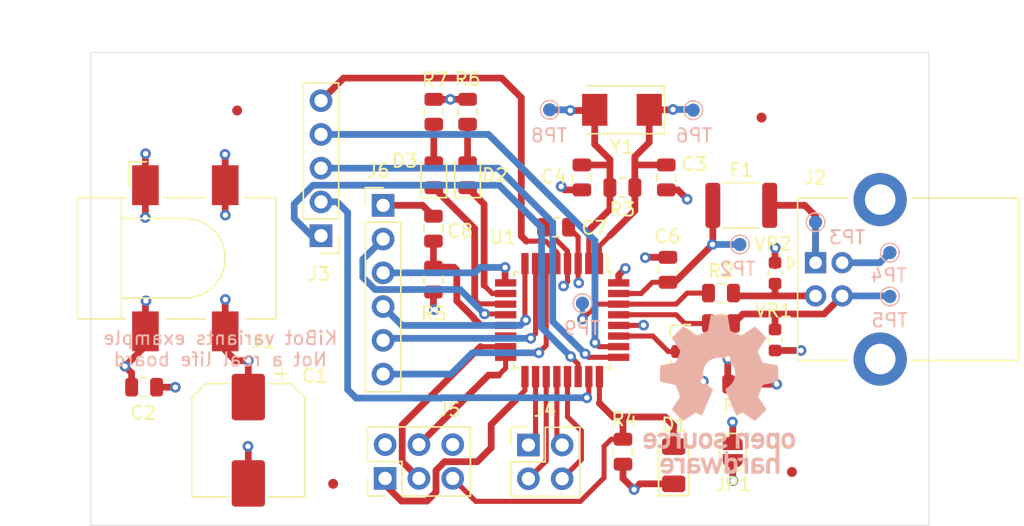
<source format=kicad_pcb>
(kicad_pcb (version 20211014) (generator pcbnew)
  (layers (0 "F.Cu" signal) (1 "In1.Cu" power "GND.Cu") (2 "In2.Cu" power "Power.Cu") (31 "B.Cu" signal) (34 "B.Paste" user) (35 "F.Paste" user) (36 "B.SilkS" user "B.Silkscreen") (37 "F.SilkS" user "F.Silkscreen") (38 "B.Mask" user) (39 "F.Mask" user) (44 "Edge.Cuts" user))
  (net 0 "")
  (net 1 "GND")
  (net 2 "+5V")
  (net 3 "Net-(C3-Pad1)")
  (net 4 "Net-(C4-Pad1)")
  (net 5 "Earth")
  (net 6 "Net-(C5-Pad1)")
  (net 7 "VBUS")
  (net 8 "Net-(C8-Pad2)")
  (net 9 "/DTR")
  (net 10 "/RESET2")
  (net 11 "Net-(D2-Pad2)")
  (net 12 "/RXLED")
  (net 13 "Net-(D3-Pad2)")
  (net 14 "/TXLED")
  (net 15 "Net-(F1-Pad2)")
  (net 16 "Net-(FB1-Pad1)")
  (net 17 "Net-(J2-Pad3)")
  (net 18 "Net-(J2-Pad2)")
  (net 19 "Net-(J3-Pad5)")
  (net 20 "Net-(J3-Pad4)")
  (net 21 "Net-(J3-Pad3)")
  (net 22 "Net-(J3-Pad2)")
  (net 23 "Net-(J3-Pad1)")
  (net 24 "Net-(J4-Pad4)")
  (net 25 "Net-(J4-Pad3)")
  (net 26 "Net-(J4-Pad2)")
  (net 27 "Net-(J4-Pad1)")
  (net 28 "/MOSI2")
  (net 29 "/SCK2")
  (net 30 "/MISO2")
  (net 31 "Net-(J6-Pad6)")
  (net 32 "Net-(J6-Pad5)")
  (net 33 "Net-(J6-Pad4)")
  (net 34 "Net-(J6-Pad3)")
  (net 35 "Net-(J6-Pad2)")
  (net 36 "Net-(R1-Pad1)")
  (net 37 "Net-(R2-Pad1)")
  (net 38 "Net-(U1-Pad14)")
  (footprint "Capacitor_SMD:CP_Elec_8x10" (layer "F.Cu") (at 130.8354 94.8944 -90)
    (fp_text reference "C1" (at -4.8514 -5.0038 180) (layer "F.SilkS"))
    (fp_text value "47uF")
    (pad "1" smd roundrect locked (at -3.25 0 270) (size 3.5 2.5) (layers "F.Cu" "F.Paste" "F.Mask") (roundrect_rratio 0.1) (net 2 "+5V"))
    (pad "2" smd roundrect locked (at 3.25 0 270) (size 3.5 2.5) (layers "F.Cu" "F.Paste" "F.Mask") (roundrect_rratio 0.1) (net 1 "GND"))
  )
  (footprint "Capacitor_SMD:C_0805_2012Metric" (layer "F.Cu") (at 123 90.9)
    (fp_text reference "C2" (at -0.064 1.937) (layer "F.SilkS"))
    (fp_text value "100nF")
    (pad "1" smd roundrect locked (at -0.9375 0) (size 0.975 1.4) (layers "F.Cu" "F.Paste" "F.Mask") (net 2 "+5V"))
    (pad "2" smd roundrect locked (at 0.9375 0) (size 0.975 1.4) (layers "F.Cu" "F.Paste" "F.Mask") (net 1 "GND"))
  )
  (footprint "Capacitor_SMD:C_0805_2012Metric" (layer "F.Cu") (at 162.26 75.116 -90)
    (fp_text reference "C3" (at -0.9988 -2.1034 180) (layer "F.SilkS"))
    (fp_text value "22pF")
    (pad "1" smd roundrect locked (at -0.9375 0 270) (size 0.975 1.4) (layers "F.Cu" "F.Paste" "F.Mask") (net 3 "Net-(C3-Pad1)"))
    (pad "2" smd roundrect locked (at 0.9375 0 270) (size 0.975 1.4) (layers "F.Cu" "F.Paste" "F.Mask") (net 1 "GND"))
  )
  (footprint "Capacitor_SMD:C_0805_2012Metric" (layer "F.Cu") (at 155.91 75.116 -90)
    (fp_text reference "C4" (at -0.059 2.113 180) (layer "F.SilkS"))
    (fp_text value "22pF")
    (pad "1" smd roundrect locked (at -0.9375 0 270) (size 0.975 1.4) (layers "F.Cu" "F.Paste" "F.Mask") (net 4 "Net-(C4-Pad1)"))
    (pad "2" smd roundrect locked (at 0.9375 0 270) (size 0.975 1.4) (layers "F.Cu" "F.Paste" "F.Mask") (net 1 "GND"))
  )
  (footprint "Capacitor_SMD:C_0805_2012Metric" (layer "F.Cu") (at 163.322 89.154 -90)
    (fp_text reference "C5" (at -2.413 0 180) (layer "F.SilkS"))
    (fp_text value "1uF")
    (pad "1" smd roundrect locked (at -0.9375 0 270) (size 0.975 1.4) (layers "F.Cu" "F.Paste" "F.Mask") (net 6 "Net-(C5-Pad1)"))
    (pad "2" smd roundrect locked (at 0.9375 0 270) (size 0.975 1.4) (layers "F.Cu" "F.Paste" "F.Mask") (net 5 "Earth"))
  )
  (footprint "Capacitor_SMD:C_0805_2012Metric" (layer "F.Cu") (at 153.9748 78.867)
    (fp_text reference "C7" (at 2.8702 0.0508) (layer "F.SilkS"))
    (fp_text value "100nF")
    (pad "1" smd roundrect locked (at -0.9375 0) (size 0.975 1.4) (layers "F.Cu" "F.Paste" "F.Mask") (net 2 "+5V"))
    (pad "2" smd roundrect locked (at 0.9375 0) (size 0.975 1.4) (layers "F.Cu" "F.Paste" "F.Mask") (net 1 "GND"))
  )
  (footprint "Capacitor_SMD:C_0805_2012Metric" (layer "F.Cu") (at 144.7546 78.9686 90)
    (fp_text reference "C8" (at -0.1778 2.0066 180) (layer "F.SilkS"))
    (fp_text value "100nF")
    (pad "1" smd roundrect locked (at -0.9375 0 90) (size 0.975 1.4) (layers "F.Cu" "F.Paste" "F.Mask") (net 9 "/DTR"))
    (pad "2" smd roundrect locked (at 0.9375 0 90) (size 0.975 1.4) (layers "F.Cu" "F.Paste" "F.Mask") (net 8 "Net-(C8-Pad2)"))
  )
  (footprint "Diode_SMD:D_1206_3216Metric" (layer "F.Cu") (at 162.814 96.774 90)
    (fp_text reference "D1" (at 3.048 0.0508 180) (layer "F.SilkS"))
    (fp_text value "CD1206-S01575")
    (pad "1" smd roundrect locked (at -1.4 0 90) (size 1.25 1.75) (layers "F.Cu" "F.Paste" "F.Mask") (roundrect_rratio 0.2) (net 2 "+5V"))
    (pad "2" smd roundrect locked (at 1.4 0 90) (size 1.25 1.75) (layers "F.Cu" "F.Paste" "F.Mask") (roundrect_rratio 0.2) (net 10 "/RESET2"))
  )
  (footprint "LED_SMD:LED_0805_2012Metric" (layer "F.Cu") (at 147.32 74.95 90)
    (fp_text reference "D2" (at -0.0054 2.0574 180) (layer "F.SilkS"))
    (fp_text value "LED")
    (pad "1" smd roundrect locked (at -0.9375 0 90) (size 0.975 1.4) (layers "F.Cu" "F.Paste" "F.Mask") (net 12 "/RXLED"))
    (pad "2" smd roundrect locked (at 0.9375 0 90) (size 0.975 1.4) (layers "F.Cu" "F.Paste" "F.Mask") (net 11 "Net-(D2-Pad2)"))
  )
  (footprint "LED_SMD:LED_0805_2012Metric" (layer "F.Cu") (at 144.78 74.95 90)
    (fp_text reference "D3" (at 1.0868 -2.1844 180) (layer "F.SilkS"))
    (fp_text value "LED")
    (pad "1" smd roundrect locked (at -0.9375 0 90) (size 0.975 1.4) (layers "F.Cu" "F.Paste" "F.Mask") (net 14 "/TXLED"))
    (pad "2" smd roundrect locked (at 0.9375 0 90) (size 0.975 1.4) (layers "F.Cu" "F.Paste" "F.Mask") (net 13 "Net-(D3-Pad2)"))
  )
  (footprint "Resistor_SMD:R_1812_4532Metric" (layer "F.Cu") (at 167.894 77.216)
    (fp_text reference "F1" (at 0 -2.65) (layer "F.SilkS"))
    (fp_text value "MF-MSMF050-2")
    (pad "1" smd roundrect locked (at -2.1375 0) (size 1.125 3.4) (layers "F.Cu" "F.Paste" "F.Mask") (roundrect_rratio 0.222222) (net 7 "VBUS"))
    (pad "2" smd roundrect locked (at 2.1375 0) (size 1.125 3.4) (layers "F.Cu" "F.Paste" "F.Mask") (roundrect_rratio 0.222222) (net 15 "Net-(F1-Pad2)"))
  )
  (footprint "Resistor_SMD:R_0805_2012Metric" (layer "F.Cu") (at 167.894 90.678 180)
    (fp_text reference "FB1" (at 0 -1.65) (layer "F.SilkS"))
    (fp_text value "BLM21PG221SN1D")
    (pad "1" smd roundrect locked (at -0.9375 0 180) (size 0.975 1.4) (layers "F.Cu" "F.Paste" "F.Mask") (net 16 "Net-(FB1-Pad1)"))
    (pad "2" smd roundrect locked (at 0.9375 0 180) (size 0.975 1.4) (layers "F.Cu" "F.Paste" "F.Mask") (net 5 "Earth"))
  )
  (footprint "Fiducial:Fiducial_0.75mm_Mask1.5mm" (layer "F.Cu") (at 169.418 70.612)
    (fp_text reference "FID1" hide)
    (fp_text value "Fiducial")
    (pad "" smd circle locked (at 0 0) (size 0.75 0.75) (layers "F.Cu" "F.Mask") (clearance 0.375))
  )
  (footprint "Fiducial:Fiducial_0.75mm_Mask1.5mm" (layer "F.Cu") (at 171.704 97.282)
    (fp_text reference "FID2" hide)
    (fp_text value "Fiducial")
    (pad "" smd circle locked (at 0 0) (size 0.75 0.75) (layers "F.Cu" "F.Mask") (clearance 0.375))
  )
  (footprint "Fiducial:Fiducial_0.75mm_Mask1.5mm" (layer "F.Cu") (at 129.9972 70.0786)
    (fp_text reference "FID3" hide)
    (fp_text value "Fiducial")
    (pad "" smd circle locked (at 0 0) (size 0.75 0.75) (layers "F.Cu" "F.Mask") (clearance 0.375))
  )
  (footprint "Fiducial:Fiducial_0.75mm_Mask1.5mm" (layer "F.Cu") (at 137.2108 98.171)
    (fp_text reference "FID4" hide)
    (fp_text value "Fiducial")
    (pad "" smd circle locked (at 0 0) (size 0.75 0.75) (layers "F.Cu" "F.Mask") (clearance 0.375))
  )
  (footprint "MountingHole:MountingHole_2.7mm_M2.5" (layer "F.Cu") (at 177 97)
    (fp_text reference "H1" hide)
    (fp_text value "MountingHole")
    (pad "" np_thru_hole circle locked (at 0 0) (size 2.7 2.7) (drill 2.7) (layers *.Cu *.Mask))
  )
  (footprint "MountingHole:MountingHole_2.7mm_M2.5" (layer "F.Cu") (at 123 97)
    (fp_text reference "H2" hide)
    (fp_text value "MountingHole")
    (pad "" np_thru_hole circle locked (at 0 0) (size 2.7 2.7) (drill 2.7) (layers *.Cu *.Mask))
  )
  (footprint "MountingHole:MountingHole_2.7mm_M2.5" (layer "F.Cu") (at 123 69.5)
    (fp_text reference "H3" hide)
    (fp_text value "MountingHole")
    (pad "" np_thru_hole circle locked (at 0 0) (size 2.7 2.7) (drill 2.7) (layers *.Cu *.Mask))
  )
  (footprint "MountingHole:MountingHole_2.7mm_M2.5" (layer "F.Cu") (at 177 69.5)
    (fp_text reference "H4" hide)
    (fp_text value "MountingHole")
    (pad "" np_thru_hole circle locked (at 0 0) (size 2.7 2.7) (drill 2.7) (layers *.Cu *.Mask))
  )
  (footprint "Connector_BarrelJack:BarrelJack_CLIFF_FC681465S_SMT_Horizontal" (layer "F.Cu") (at 126.1 81.2)
    (fp_text reference "J1" (at 5.8784 6.2522 180) (layer "F.SilkS"))
    (fp_text value "Barrel_Jack_Switch")
    (pad "" np_thru_hole circle locked (at 1.5 0 90) (size 2 2) (drill 2) (layers *.Cu *.Mask))
    (pad "" np_thru_hole oval locked (at -2.9 0 90) (size 2 1.5) (drill oval 2 1.5) (layers *.Cu *.Mask))
    (pad "1" smd rect locked (at -3 -5.5 90) (size 3 2) (layers "F.Cu" "F.Paste" "F.Mask") (net 1 "GND"))
    (pad "1" smd rect locked (at 3 -5.5 90) (size 3 2) (layers "F.Cu" "F.Paste" "F.Mask") (net 1 "GND"))
    (pad "2" smd rect locked (at 3 5.5 90) (size 3 2) (layers "F.Cu" "F.Paste" "F.Mask") (net 2 "+5V"))
    (pad "3" smd rect locked (at -3 5.5 90) (size 3 2) (layers "F.Cu" "F.Paste" "F.Mask") (net 2 "+5V"))
  )
  (footprint "Connector_PinHeader_2.54mm:PinHeader_1x05_P2.54mm_Vertical" (layer "F.Cu") (at 136.3 79.5 180)
    (fp_text reference "J3" (at 0.156 -2.8976) (layer "F.SilkS"))
    (fp_text value "P1")
    (pad "1" thru_hole rect locked (at 0 0 180) (size 1.7 1.7) (drill 1) (layers *.Cu *.Mask) (net 23 "Net-(J3-Pad1)"))
    (pad "2" thru_hole oval locked (at 0 2.54 180) (size 1.7 1.7) (drill 1) (layers *.Cu *.Mask) (net 22 "Net-(J3-Pad2)"))
    (pad "3" thru_hole oval locked (at 0 5.08 180) (size 1.7 1.7) (drill 1) (layers *.Cu *.Mask) (net 21 "Net-(J3-Pad3)"))
    (pad "4" thru_hole oval locked (at 0 7.62 180) (size 1.7 1.7) (drill 1) (layers *.Cu *.Mask) (net 20 "Net-(J3-Pad4)"))
    (pad "5" thru_hole oval locked (at 0 10.16 180) (size 1.7 1.7) (drill 1) (layers *.Cu *.Mask) (net 19 "Net-(J3-Pad5)"))
  )
  (footprint "Connector_PinHeader_2.54mm:PinHeader_2x02_P2.54mm_Vertical" (layer "F.Cu") (at 151.892 95.25)
    (fp_text reference "J4" (at 1.2446 -2.6416) (layer "F.SilkS"))
    (fp_text value "2x2M")
    (pad "1" thru_hole rect locked (at 0 0) (size 1.7 1.7) (drill 1) (layers *.Cu *.Mask) (net 27 "Net-(J4-Pad1)"))
    (pad "2" thru_hole oval locked (at 2.54 0) (size 1.7 1.7) (drill 1) (layers *.Cu *.Mask) (net 26 "Net-(J4-Pad2)"))
    (pad "3" thru_hole oval locked (at 0 2.54) (size 1.7 1.7) (drill 1) (layers *.Cu *.Mask) (net 25 "Net-(J4-Pad3)"))
    (pad "4" thru_hole oval locked (at 2.54 2.54) (size 1.7 1.7) (drill 1) (layers *.Cu *.Mask) (net 24 "Net-(J4-Pad4)"))
  )
  (footprint "Connector_PinHeader_2.54mm:PinHeader_2x03_P2.54mm_Vertical" (layer "F.Cu") (at 141.1224 97.7646 90)
    (fp_text reference "J5" (at 5.1562 4.826 180) (layer "F.SilkS"))
    (fp_text value "ICSP1")
    (pad "1" thru_hole rect locked (at 0 0 90) (size 1.7 1.7) (drill 1) (layers *.Cu *.Mask) (net 30 "/MISO2"))
    (pad "2" thru_hole oval locked (at 2.54 0 90) (size 1.7 1.7) (drill 1) (layers *.Cu *.Mask) (net 2 "+5V"))
    (pad "3" thru_hole oval locked (at 0 2.54 90) (size 1.7 1.7) (drill 1) (layers *.Cu *.Mask) (net 29 "/SCK2"))
    (pad "4" thru_hole oval locked (at 2.54 2.54 90) (size 1.7 1.7) (drill 1) (layers *.Cu *.Mask) (net 28 "/MOSI2"))
    (pad "5" thru_hole oval locked (at 0 5.08 90) (size 1.7 1.7) (drill 1) (layers *.Cu *.Mask) (net 10 "/RESET2"))
    (pad "6" thru_hole oval locked (at 2.54 5.08 90) (size 1.7 1.7) (drill 1) (layers *.Cu *.Mask) (net 1 "GND"))
  )
  (footprint "Connector_PinHeader_2.54mm:PinHeader_1x06_P2.54mm_Vertical" (layer "F.Cu") (at 140.97 77.216)
    (fp_text reference "J6" (at -0.3556 -2.5908) (layer "F.SilkS"))
    (fp_text value "P2")
    (pad "1" thru_hole rect locked (at 0 0) (size 1.7 1.7) (drill 1) (layers *.Cu *.Mask) (net 8 "Net-(C8-Pad2)"))
    (pad "2" thru_hole oval locked (at 0 2.54) (size 1.7 1.7) (drill 1) (layers *.Cu *.Mask) (net 35 "Net-(J6-Pad2)"))
    (pad "3" thru_hole oval locked (at 0 5.08) (size 1.7 1.7) (drill 1) (layers *.Cu *.Mask) (net 34 "Net-(J6-Pad3)"))
    (pad "4" thru_hole oval locked (at 0 7.62) (size 1.7 1.7) (drill 1) (layers *.Cu *.Mask) (net 33 "Net-(J6-Pad4)"))
    (pad "5" thru_hole oval locked (at 0 10.16) (size 1.7 1.7) (drill 1) (layers *.Cu *.Mask) (net 32 "Net-(J6-Pad5)"))
    (pad "6" thru_hole oval locked (at 0 12.7) (size 1.7 1.7) (drill 1) (layers *.Cu *.Mask) (net 31 "Net-(J6-Pad6)"))
  )
  (footprint "Jumper:SolderJumper-2_P1.3mm_Open_RoundedPad1.0x1.5mm" (layer "F.Cu") (at 167.259 95.7834 -90)
    (fp_text reference "JP1" (at 2.4384 -0.0508 180) (layer "F.SilkS"))
    (fp_text value "SolderJumper_2_Open")
    (pad "1" smd custom locked (at -0.65 0 270) (size 1 0.5) (layers "F.Cu" "F.Mask") (net 5 "Earth") (options (clearance outline) (anchor rect)) (primitives (gr_circle (center 0 0.25) (end 0.5 0.25) (width 0) (fill yes)) (gr_circle (center 0 -0.25) (end 0.5 -0.25) (width 0) (fill yes)) (gr_poly (pts (xy 0 -0.75) (xy 0.5 -0.75) (xy 0.5 0.75) (xy 0 0.75)) (width 0) (fill yes))))
    (pad "2" smd custom locked (at 0.65 0 270) (size 1 0.5) (layers "F.Cu" "F.Mask") (net 1 "GND") (options (clearance outline) (anchor rect)) (primitives (gr_circle (center 0 0.25) (end 0.5 0.25) (width 0) (fill yes)) (gr_circle (center 0 -0.25) (end 0.5 -0.25) (width 0) (fill yes)) (gr_poly (pts (xy 0 -0.75) (xy -0.5 -0.75) (xy -0.5 0.75) (xy 0 0.75)) (width 0) (fill yes))))
  )
  (footprint "Resistor_SMD:R_0805_2012Metric" (layer "F.Cu") (at 166.37 86.106)
    (fp_text reference "R1" (at 0.0762 1.8034) (layer "F.SilkS"))
    (fp_text value "22R")
    (pad "1" smd roundrect locked (at -0.9375 0) (size 0.975 1.4) (layers "F.Cu" "F.Paste" "F.Mask") (net 36 "Net-(R1-Pad1)"))
    (pad "2" smd roundrect locked (at 0.9375 0) (size 0.975 1.4) (layers "F.Cu" "F.Paste" "F.Mask") (net 17 "Net-(J2-Pad3)"))
  )
  (footprint "Resistor_SMD:R_0805_2012Metric" (layer "F.Cu") (at 166.37 83.82)
    (fp_text reference "R2" (at 0 -1.65) (layer "F.SilkS"))
    (fp_text value "22R")
    (pad "1" smd roundrect locked (at -0.9375 0) (size 0.975 1.4) (layers "F.Cu" "F.Paste" "F.Mask") (net 37 "Net-(R2-Pad1)"))
    (pad "2" smd roundrect locked (at 0.9375 0) (size 0.975 1.4) (layers "F.Cu" "F.Paste" "F.Mask") (net 18 "Net-(J2-Pad2)"))
  )
  (footprint "Resistor_SMD:R_0805_2012Metric" (layer "F.Cu") (at 158.958 75.878 180)
    (fp_text reference "R3" (at 0 -1.65) (layer "F.SilkS"))
    (fp_text value "1M")
    (pad "1" smd roundrect locked (at -0.9375 0 180) (size 0.975 1.4) (layers "F.Cu" "F.Paste" "F.Mask") (net 3 "Net-(C3-Pad1)"))
    (pad "2" smd roundrect locked (at 0.9375 0 180) (size 0.975 1.4) (layers "F.Cu" "F.Paste" "F.Mask") (net 4 "Net-(C4-Pad1)"))
  )
  (footprint "Resistor_SMD:R_0805_2012Metric" (layer "F.Cu") (at 159.004 95.758 90)
    (fp_text reference "R4" (at 2.4384 0.1016 180) (layer "F.SilkS"))
    (fp_text value "10K")
    (pad "1" smd roundrect locked (at -0.9375 0 90) (size 0.975 1.4) (layers "F.Cu" "F.Paste" "F.Mask") (net 2 "+5V"))
    (pad "2" smd roundrect locked (at 0.9375 0 90) (size 0.975 1.4) (layers "F.Cu" "F.Paste" "F.Mask") (net 10 "/RESET2"))
  )
  (footprint "Resistor_SMD:R_0805_2012Metric" (layer "F.Cu") (at 144.7546 82.804 -90)
    (fp_text reference "R5" (at 2.5654 -0.0254 180) (layer "F.SilkS"))
    (fp_text value "1K")
    (pad "1" smd roundrect locked (at -0.9375 0 270) (size 0.975 1.4) (layers "F.Cu" "F.Paste" "F.Mask") (net 9 "/DTR"))
    (pad "2" smd roundrect locked (at 0.9375 0 270) (size 0.975 1.4) (layers "F.Cu" "F.Paste" "F.Mask") (net 1 "GND"))
  )
  (footprint "Resistor_SMD:R_0805_2012Metric" (layer "F.Cu") (at 147.32 70.1748 -90)
    (fp_text reference "R6" (at -2.4584 0 180) (layer "F.SilkS"))
    (fp_text value "1K")
    (pad "1" smd roundrect locked (at -0.9375 0 270) (size 0.975 1.4) (layers "F.Cu" "F.Paste" "F.Mask") (net 2 "+5V"))
    (pad "2" smd roundrect locked (at 0.9375 0 270) (size 0.975 1.4) (layers "F.Cu" "F.Paste" "F.Mask") (net 11 "Net-(D2-Pad2)"))
  )
  (footprint "Resistor_SMD:R_0805_2012Metric" (layer "F.Cu") (at 144.78 70.1748 -90)
    (fp_text reference "R7" (at -2.4076 -0.0762 180) (layer "F.SilkS"))
    (fp_text value "1K")
    (pad "1" smd roundrect locked (at -0.9375 0 270) (size 0.975 1.4) (layers "F.Cu" "F.Paste" "F.Mask") (net 2 "+5V"))
    (pad "2" smd roundrect locked (at 0.9375 0 270) (size 0.975 1.4) (layers "F.Cu" "F.Paste" "F.Mask") (net 13 "Net-(D3-Pad2)"))
  )
  (footprint "Resistor_SMD:R_0603_1608Metric" (layer "F.Cu") (at 170.434 87.3505 -90)
    (fp_text reference "VR1" (at -2.2097 0.1016 180) (layer "F.SilkS"))
    (fp_text value "CG0603MLC-05E")
    (pad "1" smd roundrect locked (at -0.7875 0 270) (size 0.875 0.95) (layers "F.Cu" "F.Paste" "F.Mask") (net 17 "Net-(J2-Pad3)"))
    (pad "2" smd roundrect locked (at 0.7875 0 270) (size 0.875 0.95) (layers "F.Cu" "F.Paste" "F.Mask") (net 16 "Net-(FB1-Pad1)"))
  )
  (footprint "Crystal:Crystal_SMD_Abracon_ABM3-2Pin_5.0x3.2mm" (layer "F.Cu") (at 158.9278 70.0278 180)
    (fp_text reference "Y1" (at 0 -2.8) (layer "F.SilkS"))
    (fp_text value "16MHz")
    (pad "1" smd rect locked (at -2.05 0 180) (size 1.9 2.4) (layers "F.Cu" "F.Paste" "F.Mask") (net 3 "Net-(C3-Pad1)"))
    (pad "2" smd rect locked (at 2.05 0 180) (size 1.9 2.4) (layers "F.Cu" "F.Paste" "F.Mask") (net 4 "Net-(C4-Pad1)"))
  )
  (footprint "Connector_USB:USB_B_Lumberg_2411_02_Horizontal" (layer "F.Cu") (at 173.482 81.534)
    (fp_text reference "J2" (at -0.0508 -6.4008) (layer "F.SilkS"))
    (fp_text value "USB_B")
    (pad "1" thru_hole rect locked (at 0 0 90) (size 1.6 1.6) (drill 0.95) (layers *.Cu *.Mask) (net 15 "Net-(F1-Pad2)"))
    (pad "2" thru_hole circle locked (at 0 2.5 90) (size 1.6 1.6) (drill 0.95) (layers *.Cu *.Mask) (net 18 "Net-(J2-Pad2)"))
    (pad "3" thru_hole circle locked (at 2 2.5 90) (size 1.6 1.6) (drill 0.95) (layers *.Cu *.Mask) (net 17 "Net-(J2-Pad3)"))
    (pad "4" thru_hole circle locked (at 2 0 90) (size 1.6 1.6) (drill 0.95) (layers *.Cu *.Mask) (net 5 "Earth"))
    (pad "5" thru_hole circle locked (at 4.86 -4.75 90) (size 4 4) (drill 2.3) (layers *.Cu *.Mask) (net 16 "Net-(FB1-Pad1)"))
    (pad "5" thru_hole circle locked (at 4.86 7.25 90) (size 4 4) (drill 2.3) (layers *.Cu *.Mask) (net 16 "Net-(FB1-Pad1)"))
  )
  (footprint "Package_QFP:TQFP-32_7x7mm_P0.8mm" (layer "F.Cu") (at 154.432 85.852 -90)
    (fp_text reference "U1" (at -6.223 4.4704 180) (layer "F.SilkS"))
    (fp_text value "ATmega8U2-AU")
    (pad "1" smd rect locked (at -4.25 -2.8 270) (size 1.6 0.55) (layers "F.Cu" "F.Paste" "F.Mask") (net 3 "Net-(C3-Pad1)"))
    (pad "2" smd rect locked (at -4.25 -2 270) (size 1.6 0.55) (layers "F.Cu" "F.Paste" "F.Mask") (net 4 "Net-(C4-Pad1)"))
    (pad "3" smd rect locked (at -4.25 -1.2 270) (size 1.6 0.55) (layers "F.Cu" "F.Paste" "F.Mask") (net 1 "GND"))
    (pad "4" smd rect locked (at -4.25 -0.4 270) (size 1.6 0.55) (layers "F.Cu" "F.Paste" "F.Mask") (net 2 "+5V"))
    (pad "5" smd rect locked (at -4.25 0.4 270) (size 1.6 0.55) (layers "F.Cu" "F.Paste" "F.Mask") (net 19 "Net-(J3-Pad5)"))
    (pad "6" smd rect locked (at -4.25 1.2 270) (size 1.6 0.55) (layers "F.Cu" "F.Paste" "F.Mask") (net 31 "Net-(J6-Pad6)"))
    (pad "7" smd rect locked (at -4.25 2 270) (size 1.6 0.55) (layers "F.Cu" "F.Paste" "F.Mask") (net 32 "Net-(J6-Pad5)"))
    (pad "8" smd rect locked (at -4.25 2.8 270) (size 1.6 0.55) (layers "F.Cu" "F.Paste" "F.Mask") (net 33 "Net-(J6-Pad4)"))
    (pad "9" smd rect locked (at -2.8 4.25) (size 1.6 0.55) (layers "F.Cu" "F.Paste" "F.Mask") (net 34 "Net-(J6-Pad3)"))
    (pad "10" smd rect locked (at -2 4.25) (size 1.6 0.55) (layers "F.Cu" "F.Paste" "F.Mask") (net 12 "/RXLED"))
    (pad "11" smd rect locked (at -1.2 4.25) (size 1.6 0.55) (layers "F.Cu" "F.Paste" "F.Mask") (net 14 "/TXLED"))
    (pad "12" smd rect locked (at -0.4 4.25) (size 1.6 0.55) (layers "F.Cu" "F.Paste" "F.Mask") (net 35 "Net-(J6-Pad2)"))
    (pad "13" smd rect locked (at 0.4 4.25) (size 1.6 0.55) (layers "F.Cu" "F.Paste" "F.Mask") (net 9 "/DTR"))
    (pad "14" smd rect locked (at 1.2 4.25) (size 1.6 0.55) (layers "F.Cu" "F.Paste" "F.Mask") (net 38 "Net-(U1-Pad14)"))
    (pad "15" smd rect locked (at 2 4.25) (size 1.6 0.55) (layers "F.Cu" "F.Paste" "F.Mask") (net 29 "/SCK2"))
    (pad "16" smd rect locked (at 2.8 4.25) (size 1.6 0.55) (layers "F.Cu" "F.Paste" "F.Mask") (net 28 "/MOSI2"))
    (pad "17" smd rect locked (at 4.25 2.8 270) (size 1.6 0.55) (layers "F.Cu" "F.Paste" "F.Mask") (net 30 "/MISO2"))
    (pad "18" smd rect locked (at 4.25 2 270) (size 1.6 0.55) (layers "F.Cu" "F.Paste" "F.Mask") (net 27 "Net-(J4-Pad1)"))
    (pad "19" smd rect locked (at 4.25 1.2 270) (size 1.6 0.55) (layers "F.Cu" "F.Paste" "F.Mask") (net 25 "Net-(J4-Pad3)"))
    (pad "20" smd rect locked (at 4.25 0.4 270) (size 1.6 0.55) (layers "F.Cu" "F.Paste" "F.Mask") (net 26 "Net-(J4-Pad2)"))
    (pad "21" smd rect locked (at 4.25 -0.4 270) (size 1.6 0.55) (layers "F.Cu" "F.Paste" "F.Mask") (net 24 "Net-(J4-Pad4)"))
    (pad "22" smd rect locked (at 4.25 -1.2 270) (size 1.6 0.55) (layers "F.Cu" "F.Paste" "F.Mask") (net 23 "Net-(J3-Pad1)"))
    (pad "23" smd rect locked (at 4.25 -2 270) (size 1.6 0.55) (layers "F.Cu" "F.Paste" "F.Mask") (net 22 "Net-(J3-Pad2)"))
    (pad "24" smd rect locked (at 4.25 -2.8 270) (size 1.6 0.55) (layers "F.Cu" "F.Paste" "F.Mask") (net 10 "/RESET2"))
    (pad "25" smd rect locked (at 2.8 -4.25) (size 1.6 0.55) (layers "F.Cu" "F.Paste" "F.Mask") (net 21 "Net-(J3-Pad3)"))
    (pad "26" smd rect locked (at 2 -4.25) (size 1.6 0.55) (layers "F.Cu" "F.Paste" "F.Mask") (net 20 "Net-(J3-Pad4)"))
    (pad "27" smd rect locked (at 1.2 -4.25) (size 1.6 0.55) (layers "F.Cu" "F.Paste" "F.Mask") (net 6 "Net-(C5-Pad1)"))
    (pad "28" smd rect locked (at 0.4 -4.25) (size 1.6 0.55) (layers "F.Cu" "F.Paste" "F.Mask") (net 5 "Earth"))
    (pad "29" smd rect locked (at -0.4 -4.25) (size 1.6 0.55) (layers "F.Cu" "F.Paste" "F.Mask") (net 36 "Net-(R1-Pad1)"))
    (pad "30" smd rect locked (at -1.2 -4.25) (size 1.6 0.55) (layers "F.Cu" "F.Paste" "F.Mask") (net 37 "Net-(R2-Pad1)"))
    (pad "31" smd rect locked (at -2 -4.25) (size 1.6 0.55) (layers "F.Cu" "F.Paste" "F.Mask") (net 7 "VBUS"))
    (pad "32" smd rect locked (at -2.8 -4.25) (size 1.6 0.55) (layers "F.Cu" "F.Paste" "F.Mask") (net 2 "+5V"))
  )
  (footprint "Resistor_SMD:R_0603_1608Metric" (layer "F.Cu") (at 170.434 82.3214 90)
    (fp_text reference "VR2" (at 2.2098 -0.1524 180) (layer "F.SilkS"))
    (fp_text value "CG0603MLC-05E")
    (pad "1" smd roundrect locked (at -0.7875 0 90) (size 0.875 0.95) (layers "F.Cu" "F.Paste" "F.Mask") (net 18 "Net-(J2-Pad2)"))
    (pad "2" smd roundrect locked (at 0.7875 0 90) (size 0.875 0.95) (layers "F.Cu" "F.Paste" "F.Mask") (net 16 "Net-(FB1-Pad1)"))
  )
  (footprint "Capacitor_SMD:C_0805_2012Metric" (layer "F.Cu") (at 162.3822 82.0674 90)
    (fp_text reference "C6" (at 2.5146 -0.0254 180) (layer "F.SilkS"))
    (fp_text value "100nF")
    (pad "1" smd roundrect locked (at -0.9375 0 90) (size 0.975 1.4) (layers "F.Cu" "F.Paste" "F.Mask") (net 7 "VBUS"))
    (pad "2" smd roundrect locked (at 0.9375 0 90) (size 0.975 1.4) (layers "F.Cu" "F.Paste" "F.Mask") (net 5 "Earth"))
  )
  (footprint "TestPoint:TestPoint_Pad_D1.0mm" (layer "B.Cu") (at 167.7924 80.1624)
    (fp_text reference "TP2" (at -0.1778 1.8288) (layer "B.SilkS") (effects (justify mirror)))
    (fp_text value "TestPoint")
    (pad "1" smd circle locked (at 0 0) (size 1 1) (layers "B.Cu" "B.Mask") (net 7 "VBUS"))
  )
  (footprint "TestPoint:TestPoint_Pad_D1.0mm" (layer "B.Cu") (at 173.482 78.486)
    (fp_text reference "TP3" (at 2.3622 1.143) (layer "B.SilkS") (effects (justify mirror)))
    (fp_text value "TestPoint")
    (pad "1" smd circle locked (at 0 0) (size 1 1) (layers "B.Cu" "B.Mask") (net 15 "Net-(F1-Pad2)"))
  )
  (footprint "TestPoint:TestPoint_Pad_D1.0mm" (layer "B.Cu") (at 179.07 80.772)
    (fp_text reference "TP4" (at -0.1016 1.7272) (layer "B.SilkS") (effects (justify mirror)))
    (fp_text value "TestPoint")
    (pad "1" smd circle locked (at 0 0) (size 1 1) (layers "B.Cu" "B.Mask") (net 5 "Earth"))
  )
  (footprint "TestPoint:TestPoint_Pad_D1.0mm" (layer "B.Cu") (at 179.07 84.074)
    (fp_text reference "TP5" (at -0.0254 1.8034) (layer "B.SilkS") (effects (justify mirror)))
    (fp_text value "TestPoint")
    (pad "1" smd circle locked (at 0 0) (size 1 1) (layers "B.Cu" "B.Mask") (net 17 "Net-(J2-Pad3)"))
  )
  (footprint "TestPoint:TestPoint_Pad_D1.0mm" (layer "B.Cu") (at 164.2872 70.0532)
    (fp_text reference "TP6" (at 0.0508 1.905) (layer "B.SilkS") (effects (justify mirror)))
    (fp_text value "TestPoint")
    (pad "1" smd circle locked (at 0 0) (size 1 1) (layers "B.Cu" "B.Mask") (net 3 "Net-(C3-Pad1)"))
  )
  (footprint "TestPoint:TestPoint_Pad_D1.0mm" (layer "B.Cu") (at 153.4922 70.0278)
    (fp_text reference "TP8" (at -0.0508 1.9304) (layer "B.SilkS") (effects (justify mirror)))
    (fp_text value "TestPoint")
    (pad "1" smd circle locked (at 0 0) (size 1 1) (layers "B.Cu" "B.Mask") (net 4 "Net-(C4-Pad1)"))
  )
  (footprint "TestPoint:TestPoint_Pad_D1.0mm" (layer "B.Cu") (at 155.956 84.582)
    (fp_text reference "TP9" (at -0.0254 1.8796) (layer "B.SilkS") (effects (justify mirror)))
    (fp_text value "TestPoint")
    (pad "1" smd circle locked (at 0 0) (size 1 1) (layers "B.Cu" "B.Mask") (net 37 "Net-(R2-Pad1)"))
  )
  (footprint "Symbol:OSHW-Logo_11.4x12mm_SilkScreen" (layer "B.Cu") (at 166.243 91.44 180)
    (fp_text reference "LOGO1" hide)
    (fp_text value "Logo_Open_Hardware_Large" hide)
  )
  (gr_line (start 119 101.3) (end 182 101.3) (layer "Edge.Cuts") (width 0.05))
  (gr_line (start 182 101.3) (end 182 65.7) (layer "Edge.Cuts") (width 0.05))
  (gr_line (start 119 65.7) (end 119 101.3) (layer "Edge.Cuts") (width 0.05))
  (gr_line (start 182 65.7) (end 119 65.7) (layer "Edge.Cuts") (width 0.05))
  (gr_text "KiBot variants example\nNot a real life board" (at 128.7272 88.011) (layer "B.SilkS") (effects (font (size 1 1)) (justify mirror)))
  (segment (start 144.7546 84.9884) (end 144.8308 85.0646) (width 0.508) (layer "F.Cu") (net 1))
  (segment (start 125.3424 90.9) (end 125.349 90.9066) (width 0.508) (layer "F.Cu") (net 1))
  (segment (start 129.1 75.7) (end 129.1 77.9444) (width 0.508) (layer "F.Cu") (net 1))
  (segment (start 155.632 83.0134) (end 155.6766 83.058) (width 0.381) (layer "F.Cu") (net 1))
  (segment (start 144.7546 83.7415) (end 144.7546 84.9884) (width 0.508) (layer "F.Cu") (net 1))
  (segment (start 123.9375 90.9) (end 125.3424 90.9) (width 0.508) (layer "F.Cu") (net 1))
  (segment (start 123.1 75.7) (end 123.1 78.1188) (width 0.508) (layer "F.Cu") (net 1))
  (segment (start 163.1247 76.0535) (end 163.83 76.7588) (width 0.508) (layer "F.Cu") (net 1))
  (segment (start 155.632 79.5867) (end 154.9123 78.867) (width 0.381) (layer "F.Cu") (net 1))
  (segment (start 155.632 81.602) (end 155.632 83.0134) (width 0.381) (layer "F.Cu") (net 1))
  (segment (start 123.1 75.7) (end 123.1 73.3436) (width 0.508) (layer "F.Cu") (net 1))
  (segment (start 154.6157 76.0535) (end 154.3558 75.7936) (width 0.508) (layer "F.Cu") (net 1))
  (segment (start 123.1 73.3436) (end 123.1138 73.3298) (width 0.508) (layer "F.Cu") (net 1))
  (segment (start 162.26 76.0535) (end 163.1247 76.0535) (width 0.508) (layer "F.Cu") (net 1))
  (segment (start 155.91 76.0535) (end 154.6157 76.0535) (width 0.508) (layer "F.Cu") (net 1))
  (segment (start 167.259 96.4334) (end 167.259 97.9424) (width 0.508) (layer "F.Cu") (net 1))
  (segment (start 130.8354 95.377) (end 130.81 95.3516) (width 0.508) (layer "F.Cu") (net 1))
  (segment (start 129.1 73.3978) (end 129.0828 73.3806) (width 0.508) (layer "F.Cu") (net 1))
  (segment (start 129.1 77.9444) (end 129.1082 77.9526) (width 0.508) (layer "F.Cu") (net 1))
  (segment (start 123.1 78.1188) (end 123.0884 78.1304) (width 0.508) (layer "F.Cu") (net 1))
  (segment (start 155.632 81.602) (end 155.632 79.5867) (width 0.381) (layer "F.Cu") (net 1))
  (segment (start 130.8354 98.1444) (end 130.8354 95.377) (width 0.508) (layer "F.Cu") (net 1))
  (segment (start 129.1 75.7) (end 129.1 73.3978) (width 0.508) (layer "F.Cu") (net 1))
  (via (at 154.3558 75.7936) (size 0.8) (drill 0.4) (layers "F.Cu" "B.Cu") (net 1))
  (via (at 123.1138 73.3298) (size 0.8) (drill 0.4) (layers "F.Cu" "B.Cu") (net 1))
  (via (at 129.1082 77.9526) (size 0.8) (drill 0.4) (layers "F.Cu" "B.Cu") (net 1))
  (via (at 167.259 97.9424) (size 0.8) (drill 0.4) (layers "F.Cu" "B.Cu") (net 1))
  (via (at 155.6766 83.058) (size 0.8) (drill 0.4) (layers "F.Cu" "B.Cu") (net 1))
  (via (at 163.83 76.7588) (size 0.8) (drill 0.4) (layers "F.Cu" "B.Cu") (net 1))
  (via (at 125.349 90.9066) (size 0.8) (drill 0.4) (layers "F.Cu" "B.Cu") (net 1))
  (via (at 130.81 95.3516) (size 0.8) (drill 0.4) (layers "F.Cu" "B.Cu") (net 1))
  (via (at 129.0828 73.3806) (size 0.8) (drill 0.4) (layers "F.Cu" "B.Cu") (net 1))
  (via (at 144.8308 85.0646) (size 0.8) (drill 0.4) (layers "F.Cu" "B.Cu") (net 1))
  (via (at 123.0884 78.1304) (size 0.8) (drill 0.4) (layers "F.Cu" "B.Cu") (net 1))
  (segment (start 123.1 84.4434) (end 123.1392 84.4042) (width 0.508) (layer "F.Cu") (net 2))
  (segment (start 144.78 69.2373) (end 146.0215 69.2373) (width 0.508) (layer "F.Cu") (net 2))
  (segment (start 154.832 82.9882) (end 154.5336 83.2866) (width 0.381) (layer "F.Cu") (net 2))
  (segment (start 129.1 84.3108) (end 129.1082 84.3026) (width 0.508) (layer "F.Cu") (net 2))
  (segment (start 162.814 98.174) (end 160.271 98.174) (width 0.508) (layer "F.Cu") (net 2))
  (segment (start 158.682 83.052) (end 158.682 82.4656) (width 0.508) (layer "F.Cu") (net 2))
  (segment (start 154.832 80.6617) (end 153.0373 78.867) (width 0.381) (layer "F.Cu") (net 2))
  (segment (start 159.004 97.7646) (end 159.8422 98.6028) (width 0.508) (layer "F.Cu") (net 2))
  (segment (start 123.1 86.7) (end 123.1 84.4434) (width 0.508) (layer "F.Cu") (net 2))
  (segment (start 146.0215 69.2373) (end 146.0246 69.2404) (width 0.508) (layer "F.Cu") (net 2))
  (segment (start 159.004 96.6955) (end 159.004 97.7646) (width 0.508) (layer "F.Cu") (net 2))
  (segment (start 123.1 86.7) (end 123.1 87.7962) (width 0.508) (layer "F.Cu") (net 2))
  (segment (start 129.1 86.7) (end 129.1 84.3108) (width 0.508) (layer "F.Cu") (net 2))
  (segment (start 129.8702 88.9) (end 130.8354 88.9) (width 0.508) (layer "F.Cu") (net 2))
  (segment (start 122.0625 89.8299) (end 121.5644 89.3318) (width 0.508) (layer "F.Cu") (net 2))
  (segment (start 122.0625 90.9) (end 122.0625 89.8299) (width 0.508) (layer "F.Cu") (net 2))
  (segment (start 130.8354 91.6444) (end 130.8354 88.9) (width 0.508) (layer "F.Cu") (net 2))
  (segment (start 160.271 98.174) (end 159.8422 98.6028) (width 0.508) (layer "F.Cu") (net 2))
  (segment (start 146.0277 69.2373) (end 146.0246 69.2404) (width 0.508) (layer "F.Cu") (net 2))
  (segment (start 154.832 81.602) (end 154.832 80.6617) (width 0.381) (layer "F.Cu") (net 2))
  (segment (start 158.682 82.4656) (end 159.1818 81.9658) (width 0.508) (layer "F.Cu") (net 2))
  (segment (start 123.1 87.7962) (end 121.5644 89.3318) (width 0.508) (layer "F.Cu") (net 2))
  (segment (start 129.1 88.1298) (end 129.8702 88.9) (width 0.508) (layer "F.Cu") (net 2))
  (segment (start 129.1 86.7) (end 129.1 88.1298) (width 0.508) (layer "F.Cu") (net 2))
  (segment (start 147.32 69.2373) (end 146.0277 69.2373) (width 0.508) (layer "F.Cu") (net 2))
  (segment (start 154.832 81.602) (end 154.832 82.9882) (width 0.381) (layer "F.Cu") (net 2))
  (via (at 159.8422 98.6028) (size 0.8) (drill 0.4) (layers "F.Cu" "B.Cu") (net 2))
  (via (at 154.5336 83.2866) (size 0.8) (drill 0.4) (layers "F.Cu" "B.Cu") (net 2))
  (via (at 146.0246 69.2404) (size 0.8) (drill 0.4) (layers "F.Cu" "B.Cu") (net 2))
  (via (at 159.1818 81.9658) (size 0.8) (drill 0.4) (layers "F.Cu" "B.Cu") (net 2))
  (via (at 130.8354 88.9) (size 0.8) (drill 0.4) (layers "F.Cu" "B.Cu") (net 2))
  (via (at 129.1082 84.3026) (size 0.8) (drill 0.4) (layers "F.Cu" "B.Cu") (net 2))
  (via (at 121.5644 89.3318) (size 0.8) (drill 0.4) (layers "F.Cu" "B.Cu") (net 2))
  (via (at 123.1392 84.4042) (size 0.8) (drill 0.4) (layers "F.Cu" "B.Cu") (net 2))
  (segment (start 162.26 74.1785) (end 159.9543 74.1785) (width 0.508) (layer "F.Cu") (net 3))
  (segment (start 162.7378 70.0278) (end 162.7632 70.0024) (width 0.508) (layer "F.Cu") (net 3))
  (segment (start 157.232 80.2834) (end 158.0388 79.4766) (width 0.381) (layer "F.Cu") (net 3))
  (segment (start 159.8955 73.5559) (end 160.9778 72.4736) (width 0.508) (layer "F.Cu") (net 3))
  (segment (start 160.9778 72.4736) (end 160.9778 70.0278) (width 0.508) (layer "F.Cu") (net 3))
  (segment (start 158.0388 79.4766) (end 159.8955 77.6199) (width 0.508) (layer "F.Cu") (net 3))
  (segment (start 159.9543 74.1785) (end 159.8955 74.1197) (width 0.508) (layer "F.Cu") (net 3))
  (segment (start 159.8955 75.878) (end 159.8955 74.1197) (width 0.508) (layer "F.Cu") (net 3))
  (segment (start 160.9778 70.0278) (end 162.7378 70.0278) (width 0.508) (layer "F.Cu") (net 3))
  (segment (start 157.232 81.602) (end 157.232 80.2834) (width 0.381) (layer "F.Cu") (net 3))
  (segment (start 159.8955 77.6199) (end 159.8955 75.878) (width 0.508) (layer "F.Cu") (net 3))
  (segment (start 159.8955 74.1197) (end 159.8955 73.5559) (width 0.508) (layer "F.Cu") (net 3))
  (via (at 162.7632 70.0024) (size 0.8) (drill 0.4) (layers "F.Cu" "B.Cu") (net 3))
  (segment (start 164.2364 70.0024) (end 164.2872 70.0532) (width 0.508) (layer "B.Cu") (net 3))
  (segment (start 162.7632 70.0024) (end 164.2364 70.0024) (width 0.508) (layer "B.Cu") (net 3))
  (segment (start 155.91 74.1785) (end 157.8759 74.1785) (width 0.508) (layer "F.Cu") (net 4))
  (segment (start 156.827 70.0786) (end 156.8778 70.0278) (width 0.508) (layer "F.Cu") (net 4))
  (segment (start 158.0205 75.878) (end 158.0205 77.5137) (width 0.508) (layer "F.Cu") (net 4))
  (segment (start 155.0416 70.0786) (end 156.827 70.0786) (width 0.508) (layer "F.Cu") (net 4))
  (segment (start 158.0205 75.878) (end 158.0205 74.0339) (width 0.508) (layer "F.Cu") (net 4))
  (segment (start 156.4386 79.0956) (end 156.432 79.1022) (width 0.381) (layer "F.Cu") (net 4))
  (segment (start 158.0205 74.0339) (end 158.0205 73.7687) (width 0.508) (layer "F.Cu") (net 4))
  (segment (start 156.432 79.1022) (end 156.432 81.602) (width 0.381) (layer "F.Cu") (net 4))
  (segment (start 158.0205 77.5137) (end 156.4386 79.0956) (width 0.508) (layer "F.Cu") (net 4))
  (segment (start 156.8778 72.626) (end 156.8778 70.0278) (width 0.508) (layer "F.Cu") (net 4))
  (segment (start 157.8759 74.1785) (end 158.0205 74.0339) (width 0.508) (layer "F.Cu") (net 4))
  (segment (start 158.0205 73.7687) (end 156.8778 72.626) (width 0.508) (layer "F.Cu") (net 4))
  (via (at 155.0416 70.0786) (size 0.8) (drill 0.4) (layers "F.Cu" "B.Cu") (net 4))
  (segment (start 154.9908 70.0278) (end 155.0416 70.0786) (width 0.508) (layer "B.Cu") (net 4))
  (segment (start 153.4922 70.0278) (end 154.9908 70.0278) (width 0.508) (layer "B.Cu") (net 4))
  (segment (start 158.682 86.252) (end 160.5344 86.252) (width 0.381) (layer "F.Cu") (net 5))
  (segment (start 160.7035 81.1299) (end 160.6804 81.153) (width 0.508) (layer "F.Cu") (net 5))
  (segment (start 166.878 88.773) (end 166.878 90.5995) (width 0.508) (layer "F.Cu") (net 5))
  (segment (start 163.322 90.0915) (end 164.6913 90.0915) (width 0.508) (layer "F.Cu") (net 5))
  (segment (start 167.259 95.1334) (end 167.259 93.5482) (width 0.508) (layer "F.Cu") (net 5))
  (segment (start 162.3822 81.1299) (end 160.7035 81.1299) (width 0.508) (layer "F.Cu") (net 5))
  (segment (start 160.5344 86.252) (end 160.5534 86.233) (width 0.381) (layer "F.Cu") (net 5))
  (segment (start 166.878 90.5995) (end 166.9565 90.678) (width 0.508) (layer "F.Cu") (net 5))
  (segment (start 164.6913 90.0915) (end 165.0492 90.4494) (width 0.508) (layer "F.Cu") (net 5))
  (segment (start 167.259 93.5482) (end 167.2336 93.5228) (width 0.508) (layer "F.Cu") (net 5))
  (via (at 160.6804 81.153) (size 0.8) (drill 0.4) (layers "F.Cu" "B.Cu") (net 5))
  (via (at 166.878 88.773) (size 0.8) (drill 0.4) (layers "F.Cu" "B.Cu") (net 5))
  (via (at 160.5534 86.233) (size 0.8) (drill 0.4) (layers "F.Cu" "B.Cu") (net 5))
  (via (at 167.2336 93.5228) (size 0.8) (drill 0.4) (layers "F.Cu" "B.Cu") (net 5))
  (via (at 165.0492 90.4494) (size 0.8) (drill 0.4) (layers "F.Cu" "B.Cu") (net 5))
  (segment (start 178.308 81.534) (end 179.07 80.772) (width 0.508) (layer "B.Cu") (net 5))
  (segment (start 175.482 81.534) (end 178.308 81.534) (width 0.508) (layer "B.Cu") (net 5))
  (segment (start 161.2454 87.052) (end 162.4099 88.2165) (width 0.381) (layer "F.Cu") (net 6))
  (segment (start 158.682 87.052) (end 161.2454 87.052) (width 0.381) (layer "F.Cu") (net 6))
  (segment (start 162.4099 88.2165) (end 163.322 88.2165) (width 0.381) (layer "F.Cu") (net 6))
  (segment (start 160.369 83.852) (end 161.2161 83.0049) (width 0.381) (layer "F.Cu") (net 7))
  (segment (start 162.3822 83.0049) (end 162.8925 83.0049) (width 0.508) (layer "F.Cu") (net 7))
  (segment (start 162.8925 83.0049) (end 165.735 80.1624) (width 0.508) (layer "F.Cu") (net 7))
  (segment (start 158.682 83.852) (end 160.369 83.852) (width 0.381) (layer "F.Cu") (net 7))
  (segment (start 165.7565 77.216) (end 165.7565 80.1409) (width 0.508) (layer "F.Cu") (net 7))
  (segment (start 161.2161 83.0049) (end 162.3822 83.0049) (width 0.381) (layer "F.Cu") (net 7))
  (segment (start 165.7565 80.1409) (end 165.735 80.1624) (width 0.508) (layer "F.Cu") (net 7))
  (via (at 165.735 80.1624) (size 0.8) (drill 0.4) (layers "F.Cu" "B.Cu") (net 7))
  (segment (start 165.735 80.1624) (end 167.7924 80.1624) (width 0.508) (layer "B.Cu") (net 7))
  (segment (start 140.97 77.216) (end 143.9395 77.216) (width 0.508) (layer "F.Cu") (net 8))
  (segment (start 143.9395 77.216) (end 144.7546 78.0311) (width 0.508) (layer "F.Cu") (net 8))
  (segment (start 146.5072 82.0928) (end 146.2809 81.8665) (width 0.508) (layer "F.Cu") (net 9))
  (segment (start 147.7772 85.6742) (end 146.5072 84.4042) (width 0.508) (layer "F.Cu") (net 9))
  (segment (start 147.7772 85.7122) (end 147.7772 85.6742) (width 0.508) (layer "F.Cu") (net 9))
  (segment (start 146.2809 81.8665) (end 144.7546 81.8665) (width 0.508) (layer "F.Cu") (net 9))
  (segment (start 146.5072 84.4042) (end 146.5072 82.0928) (width 0.508) (layer "F.Cu") (net 9))
  (segment (start 148.317 86.252) (end 147.7772 85.7122) (width 0.508) (layer "F.Cu") (net 9))
  (segment (start 150.182 86.252) (end 148.317 86.252) (width 0.381) (layer "F.Cu") (net 9))
  (segment (start 144.7546 79.9061) (end 144.7546 81.8665) (width 0.508) (layer "F.Cu") (net 9))
  (segment (start 158.2674 93.1418) (end 157.226 92.1004) (width 0.508) (layer "F.Cu") (net 10))
  (segment (start 159.004 93.2942) (end 159.004 94.8205) (width 0.508) (layer "F.Cu") (net 10))
  (segment (start 157.5816 95.3516) (end 158.1127 94.8205) (width 0.381) (layer "F.Cu") (net 10))
  (segment (start 158.1127 94.8205) (end 159.004 94.8205) (width 0.381) (layer "F.Cu") (net 10))
  (segment (start 146.2024 97.7646) (end 147.9296 99.4918) (width 0.381) (layer "F.Cu") (net 10))
  (segment (start 159.1564 93.1418) (end 158.2674 93.1418) (width 0.508) (layer "F.Cu") (net 10))
  (segment (start 157.232 92.0944) (end 157.232 90.102) (width 0.381) (layer "F.Cu") (net 10))
  (segment (start 162.179 93.1418) (end 159.1564 93.1418) (width 0.508) (layer "F.Cu") (net 10))
  (segment (start 157.5816 97.7138) (end 157.5816 95.3516) (width 0.381) (layer "F.Cu") (net 10))
  (segment (start 157.226 92.1004) (end 157.232 92.0944) (width 0.381) (layer "F.Cu") (net 10))
  (segment (start 162.814 95.374) (end 162.814 93.7768) (width 0.508) (layer "F.Cu") (net 10))
  (segment (start 162.814 93.7768) (end 162.179 93.1418) (width 0.508) (layer "F.Cu") (net 10))
  (segment (start 159.1564 93.1418) (end 159.004 93.2942) (width 0.508) (layer "F.Cu") (net 10))
  (segment (start 147.9296 99.4918) (end 155.8036 99.4918) (width 0.381) (layer "F.Cu") (net 10))
  (segment (start 155.8036 99.4918) (end 157.5816 97.7138) (width 0.381) (layer "F.Cu") (net 10))
  (segment (start 147.32 71.1123) (end 147.32 74.0125) (width 0.508) (layer "F.Cu") (net 11))
  (segment (start 149.175478 83.852) (end 148.5646 83.241122) (width 0.381) (layer "F.Cu") (net 12))
  (segment (start 150.182 83.852) (end 149.175478 83.852) (width 0.381) (layer "F.Cu") (net 12))
  (segment (start 148.5646 83.241122) (end 148.5646 77.1321) (width 0.508) (layer "F.Cu") (net 12))
  (segment (start 148.5646 77.1321) (end 147.32 75.8875) (width 0.508) (layer "F.Cu") (net 12))
  (segment (start 144.78 71.1123) (end 144.78 74.0125) (width 0.508) (layer "F.Cu") (net 13))
  (segment (start 144.78 75.8875) (end 147.8534 78.9609) (width 0.508) (layer "F.Cu") (net 14))
  (segment (start 147.8534 78.9609) (end 147.8534 84.4042) (width 0.508) (layer "F.Cu") (net 14))
  (segment (start 150.1628 84.6328) (end 150.182 84.652) (width 0.381) (layer "F.Cu") (net 14))
  (segment (start 147.8534 84.4042) (end 148.082 84.6328) (width 0.508) (layer "F.Cu") (net 14))
  (segment (start 148.082 84.6328) (end 150.1628 84.6328) (width 0.381) (layer "F.Cu") (net 14))
  (segment (start 173.482 81.534) (end 173.482 78.0288) (width 0.508) (layer "F.Cu") (net 15))
  (segment (start 173.482 78.0288) (end 172.6692 77.216) (width 0.508) (layer "F.Cu") (net 15))
  (segment (start 172.6692 77.216) (end 170.0315 77.216) (width 0.508) (layer "F.Cu") (net 15))
  (segment (start 173.482 81.534) (end 173.482 78.486) (width 0.508) (layer "B.Cu") (net 15))
  (segment (start 170.434 81.7625) (end 170.434 80.4418) (width 0.508) (layer "F.Cu") (net 16))
  (segment (start 170.434 88.138) (end 172.3898 88.138) (width 0.508) (layer "F.Cu") (net 16))
  (segment (start 170.434 80.4418) (end 170.4594 80.4164) (width 0.508) (layer "F.Cu") (net 16))
  (segment (start 168.8315 90.678) (end 170.561 90.678) (width 0.508) (layer "F.Cu") (net 16))
  (via (at 170.4594 80.4164) (size 0.8) (drill 0.4) (layers "F.Cu" "B.Cu") (net 16))
  (via (at 172.3898 88.138) (size 0.8) (drill 0.4) (layers "F.Cu" "B.Cu") (net 16))
  (via (at 170.561 90.678) (size 0.8) (drill 0.4) (layers "F.Cu" "B.Cu") (net 16))
  (segment (start 175.482 84.034) (end 174.1212 85.3948) (width 0.508) (layer "F.Cu") (net 17))
  (segment (start 170.307 85.3948) (end 168.0187 85.3948) (width 0.508) (layer "F.Cu") (net 17))
  (segment (start 170.434 86.563) (end 170.434 85.5218) (width 0.508) (layer "F.Cu") (net 17))
  (segment (start 168.0187 85.3948) (end 167.3075 86.106) (width 0.508) (layer "F.Cu") (net 17))
  (segment (start 174.1212 85.3948) (end 170.307 85.3948) (width 0.508) (layer "F.Cu") (net 17))
  (segment (start 170.434 85.5218) (end 170.307 85.3948) (width 0.508) (layer "F.Cu") (net 17))
  (segment (start 175.482 84.034) (end 179.03 84.034) (width 0.508) (layer "B.Cu") (net 17))
  (segment (start 179.03 84.034) (end 179.07 84.074) (width 0.508) (layer "B.Cu") (net 17))
  (segment (start 170.3686 84.034) (end 167.5215 84.034) (width 0.508) (layer "F.Cu") (net 18))
  (segment (start 173.482 84.034) (end 170.3686 84.034) (width 0.508) (layer "F.Cu") (net 18))
  (segment (start 167.5215 84.034) (end 167.3075 83.82) (width 0.508) (layer "F.Cu") (net 18))
  (segment (start 170.434 83.1089) (end 170.434 83.9686) (width 0.508) (layer "F.Cu") (net 18))
  (segment (start 170.434 83.9686) (end 170.3686 84.034) (width 0.508) (layer "F.Cu") (net 18))
  (segment (start 154.032 80.753) (end 153.18891 79.90991) (width 0.381) (layer "F.Cu") (net 19))
  (segment (start 149.8854 67.6402) (end 137.9998 67.6402) (width 0.508) (layer "F.Cu") (net 19))
  (segment (start 151.74111 79.90991) (end 151.3586 79.5274) (width 0.508) (layer "F.Cu") (net 19))
  (segment (start 151.3586 79.5274) (end 151.3586 69.1134) (width 0.508) (layer "F.Cu") (net 19))
  (segment (start 137.9998 67.6402) (end 136.3 69.34) (width 0.508) (layer "F.Cu") (net 19))
  (segment (start 151.3586 69.1134) (end 149.8854 67.6402) (width 0.508) (layer "F.Cu") (net 19))
  (segment (start 153.18891 79.90991) (end 151.74111 79.90991) (width 0.381) (layer "F.Cu") (net 19))
  (segment (start 154.032 81.602) (end 154.032 80.753) (width 0.381) (layer "F.Cu") (net 19))
  (segment (start 158.682 87.852) (end 157.194 87.852) (width 0.381) (layer "F.Cu") (net 20))
  (segment (start 157.194 87.852) (end 156.8958 87.5538) (width 0.381) (layer "F.Cu") (net 20))
  (via (at 156.8958 87.5538) (size 0.8) (drill 0.4) (layers "F.Cu" "B.Cu") (net 20))
  (segment (start 148.8928 71.88) (end 156.8958 79.883) (width 0.508) (layer "B.Cu") (net 20))
  (segment (start 136.3 71.88) (end 148.8928 71.88) (width 0.508) (layer "B.Cu") (net 20))
  (segment (start 156.8958 79.883) (end 156.8958 87.5538) (width 0.508) (layer "B.Cu") (net 20))
  (segment (start 156.4192 88.652) (end 156.1592 88.392) (width 0.381) (layer "F.Cu") (net 21))
  (segment (start 158.682 88.652) (end 156.4192 88.652) (width 0.381) (layer "F.Cu") (net 21))
  (via (at 156.1592 88.392) (size 0.8) (drill 0.4) (layers "F.Cu" "B.Cu") (net 21))
  (segment (start 136.3 74.42) (end 149.6294 74.42) (width 0.508) (layer "B.Cu") (net 21))
  (segment (start 153.7208 78.5114) (end 153.7208 85.9536) (width 0.508) (layer "B.Cu") (net 21))
  (segment (start 153.7208 85.9536) (end 156.1592 88.392) (width 0.508) (layer "B.Cu") (net 21))
  (segment (start 149.6294 74.42) (end 153.7208 78.5114) (width 0.508) (layer "B.Cu") (net 21))
  (segment (start 156.432 90.102) (end 156.432 91.5482) (width 0.381) (layer "F.Cu") (net 22))
  (segment (start 156.432 91.5482) (end 156.2862 91.694) (width 0.381) (layer "F.Cu") (net 22))
  (via (at 156.2862 91.694) (size 0.8) (drill 0.4) (layers "F.Cu" "B.Cu") (net 22))
  (segment (start 156.2862 91.694) (end 145.333526 91.694) (width 0.508) (layer "B.Cu") (net 22))
  (segment (start 145.308126 91.7194) (end 138.938 91.7194) (width 0.508) (layer "B.Cu") (net 22))
  (segment (start 145.333526 91.694) (end 145.308126 91.7194) (width 0.508) (layer "B.Cu") (net 22))
  (segment (start 138.303 77.7494) (end 137.5136 76.96) (width 0.508) (layer "B.Cu") (net 22))
  (segment (start 137.5136 76.96) (end 136.3 76.96) (width 0.508) (layer "B.Cu") (net 22))
  (segment (start 138.938 91.7194) (end 138.303 91.0844) (width 0.508) (layer "B.Cu") (net 22))
  (segment (start 138.303 91.0844) (end 138.303 77.7494) (width 0.508) (layer "B.Cu") (net 22))
  (segment (start 155.632 90.102) (end 155.632 89.1602) (width 0.381) (layer "F.Cu") (net 23))
  (segment (start 155.632 89.1602) (end 155.067 88.5952) (width 0.381) (layer "F.Cu") (net 23))
  (via (at 155.067 88.5952) (size 0.8) (drill 0.4) (layers "F.Cu" "B.Cu") (net 23))
  (segment (start 134.2898 78.2066) (end 134.2898 77.110726) (width 0.508) (layer "B.Cu") (net 23))
  (segment (start 135.5832 79.5) (end 134.2898 78.2066) (width 0.508) (layer "B.Cu") (net 23))
  (segment (start 136.3 79.5) (end 135.5832 79.5) (width 0.508) (layer "B.Cu") (net 23))
  (segment (start 152.8826 86.4108) (end 155.067 88.5952) (width 0.508) (layer "B.Cu") (net 23))
  (segment (start 152.8826 78.8924) (end 152.8826 86.4108) (width 0.508) (layer "B.Cu") (net 23))
  (segment (start 135.696927 75.703599) (end 149.693799 75.703599) (width 0.508) (layer "B.Cu") (net 23))
  (segment (start 149.693799 75.703599) (end 152.8826 78.8924) (width 0.508) (layer "B.Cu") (net 23))
  (segment (start 134.2898 77.110726) (end 135.696927 75.703599) (width 0.508) (layer "B.Cu") (net 23))
  (segment (start 155.8798 94.1832) (end 155.8798 96.3422) (width 0.381) (layer "F.Cu") (net 24))
  (segment (start 155.8798 96.3422) (end 154.432 97.79) (width 0.381) (layer "F.Cu") (net 24))
  (segment (start 154.832 90.102) (end 154.832 93.1354) (width 0.381) (layer "F.Cu") (net 24))
  (segment (start 154.832 93.1354) (end 155.8798 94.1832) (width 0.381) (layer "F.Cu") (net 24))
  (segment (start 153.232 96.45) (end 151.892 97.79) (width 0.381) (layer "F.Cu") (net 25))
  (segment (start 153.232 90.102) (end 153.232 96.45) (width 0.381) (layer "F.Cu") (net 25))
  (segment (start 154.032 94.85) (end 154.432 95.25) (width 0.381) (layer "F.Cu") (net 26))
  (segment (start 154.032 90.102) (end 154.032 94.85) (width 0.381) (layer "F.Cu") (net 26))
  (segment (start 152.432 94.71) (end 151.892 95.25) (width 0.381) (layer "F.Cu") (net 27))
  (segment (start 152.432 90.102) (end 152.432 94.71) (width 0.381) (layer "F.Cu") (net 27))
  (segment (start 148.8948 89.9922) (end 149.6568 89.9922) (width 0.508) (layer "F.Cu") (net 28))
  (segment (start 149.6568 89.9922) (end 150.182 89.467) (width 0.381) (layer "F.Cu") (net 28))
  (segment (start 150.182 89.467) (end 150.182 88.652) (width 0.381) (layer "F.Cu") (net 28))
  (segment (start 143.6624 95.2246) (end 148.8948 89.9922) (width 0.508) (layer "F.Cu") (net 28))
  (segment (start 143.6624 97.7646) (end 142.405999 96.508199) (width 0.508) (layer "F.Cu") (net 29))
  (segment (start 148.59 87.8586) (end 148.5966 87.852) (width 0.381) (layer "F.Cu") (net 29))
  (segment (start 148.2852 87.8586) (end 148.3106 87.8586) (width 0.508) (layer "F.Cu") (net 29))
  (segment (start 142.405999 96.508199) (end 142.405999 93.737801) (width 0.508) (layer "F.Cu") (net 29))
  (segment (start 148.3106 87.8586) (end 148.59 87.8586) (width 0.381) (layer "F.Cu") (net 29))
  (segment (start 142.405999 93.737801) (end 148.2852 87.8586) (width 0.508) (layer "F.Cu") (net 29))
  (segment (start 148.5966 87.852) (end 150.182 87.852) (width 0.381) (layer "F.Cu") (net 29))
  (segment (start 148.044799 96.508199) (end 149.098 95.454998) (width 0.508) (layer "F.Cu") (net 30))
  (segment (start 150.9522 91.8464) (end 150.9522 91.821) (width 0.508) (layer "F.Cu") (net 30))
  (segment (start 141.1224 97.7646) (end 141.1224 98.2472) (width 0.508) (layer "F.Cu") (net 30))
  (segment (start 150.9522 91.821) (end 151.632 91.1412) (width 0.381) (layer "F.Cu") (net 30))
  (segment (start 141.1224 98.2472) (end 142.3416 99.4664) (width 0.508) (layer "F.Cu") (net 30))
  (segment (start 149.098 93.7006) (end 150.9522 91.8464) (width 0.508) (layer "F.Cu") (net 30))
  (segment (start 151.632 91.1412) (end 151.632 90.102) (width 0.381) (layer "F.Cu") (net 30))
  (segment (start 149.098 95.454998) (end 149.098 93.7006) (width 0.508) (layer "F.Cu") (net 30))
  (segment (start 144.272 99.4664) (end 144.945999 98.792401) (width 0.508) (layer "F.Cu") (net 30))
  (segment (start 144.945999 97.161527) (end 145.599327 96.508199) (width 0.508) (layer "F.Cu") (net 30))
  (segment (start 144.945999 98.792401) (end 144.945999 97.161527) (width 0.508) (layer "F.Cu") (net 30))
  (segment (start 145.599327 96.508199) (end 148.044799 96.508199) (width 0.508) (layer "F.Cu") (net 30))
  (segment (start 142.3416 99.4664) (end 144.272 99.4664) (width 0.508) (layer "F.Cu") (net 30))
  (segment (start 153.232 87.7632) (end 152.6794 88.3158) (width 0.381) (layer "F.Cu") (net 31))
  (segment (start 153.232 81.602) (end 153.232 87.7632) (width 0.381) (layer "F.Cu") (net 31))
  (via (at 152.6794 88.3158) (size 0.8) (drill 0.4) (layers "F.Cu" "B.Cu") (net 31))
  (segment (start 147.6756 88.3158) (end 146.0754 89.916) (width 0.508) (layer "B.Cu") (net 31))
  (segment (start 152.6794 88.3158) (end 147.6756 88.3158) (width 0.508) (layer "B.Cu") (net 31))
  (segment (start 146.0754 89.916) (end 140.97 89.916) (width 0.508) (layer "B.Cu") (net 31))
  (segment (start 152.432 81.602) (end 152.432 86.8614) (width 0.381) (layer "F.Cu") (net 32))
  (segment (start 152.432 86.8614) (end 152.0698 87.2236) (width 0.381) (layer "F.Cu") (net 32))
  (via (at 152.0698 87.2236) (size 0.8) (drill 0.4) (layers "F.Cu" "B.Cu") (net 32))
  (segment (start 141.1224 87.2236) (end 140.97 87.376) (width 0.508) (layer "B.Cu") (net 32))
  (segment (start 152.0698 87.2236) (end 141.1224 87.2236) (width 0.508) (layer "B.Cu") (net 32))
  (segment (start 151.632 85.7949) (end 151.6891 85.852) (width 0.381) (layer "F.Cu") (net 33))
  (segment (start 151.632 81.602) (end 151.632 85.7949) (width 0.381) (layer "F.Cu") (net 33))
  (via (at 151.6891 85.852) (size 0.8) (drill 0.4) (layers "F.Cu" "B.Cu") (net 33))
  (segment (start 151.289101 86.251999) (end 142.385999 86.251999) (width 0.508) (layer "B.Cu") (net 33))
  (segment (start 142.385999 86.251999) (end 140.97 84.836) (width 0.508) (layer "B.Cu") (net 33))
  (segment (start 151.6891 85.852) (end 151.289101 86.251999) (width 0.508) (layer "B.Cu") (net 33))
  (segment (start 150.1394 81.8896) (end 150.1394 83.0094) (width 0.508) (layer "F.Cu") (net 34))
  (segment (start 150.1394 83.0094) (end 150.182 83.052) (width 0.508) (layer "F.Cu") (net 34))
  (via (at 150.1394 81.8896) (size 0.8) (drill 0.4) (layers "F.Cu" "B.Cu") (net 34))
  (segment (start 148.2598 81.8896) (end 150.1394 81.8896) (width 0.508) (layer "B.Cu") (net 34))
  (segment (start 147.8534 82.296) (end 148.2598 81.8896) (width 0.508) (layer "B.Cu") (net 34))
  (segment (start 140.97 82.296) (end 147.8534 82.296) (width 0.508) (layer "B.Cu") (net 34))
  (segment (start 148.595111 85.389689) (end 150.119689 85.389689) (width 0.381) (layer "F.Cu") (net 35))
  (segment (start 150.119689 85.389689) (end 150.182 85.452) (width 0.381) (layer "F.Cu") (net 35))
  (via (at 148.595111 85.389689) (size 0.8) (drill 0.4) (layers "F.Cu" "B.Cu") (net 35))
  (segment (start 146.757823 83.552401) (end 148.595111 85.389689) (width 0.508) (layer "B.Cu") (net 35))
  (segment (start 139.446 82.631474) (end 140.366927 83.552401) (width 0.508) (layer "B.Cu") (net 35))
  (segment (start 140.366927 83.552401) (end 146.757823 83.552401) (width 0.508) (layer "B.Cu") (net 35))
  (segment (start 139.446 81.28) (end 139.446 82.631474) (width 0.508) (layer "B.Cu") (net 35))
  (segment (start 140.97 79.756) (end 139.446 81.28) (width 0.508) (layer "B.Cu") (net 35))
  (segment (start 158.682 85.452) (end 162.9982 85.452) (width 0.381) (layer "F.Cu") (net 36))
  (segment (start 162.9982 85.452) (end 163.6522 86.106) (width 0.381) (layer "F.Cu") (net 36))
  (segment (start 163.6522 86.106) (end 165.4325 86.106) (width 0.381) (layer "F.Cu") (net 36))
  (segment (start 158.682 84.652) (end 162.998 84.652) (width 0.381) (layer "F.Cu") (net 37))
  (segment (start 162.998 84.652) (end 163.83 83.82) (width 0.381) (layer "F.Cu") (net 37))
  (segment (start 163.83 83.82) (end 165.4325 83.82) (width 0.381) (layer "F.Cu") (net 37))
  (segment (start 157.079802 84.652) (end 155.956 85.775802) (width 0.381) (layer "F.Cu") (net 37))
  (segment (start 158.682 84.652) (end 157.079802 84.652) (width 0.381) (layer "F.Cu") (net 37))
  (via (at 155.956 85.775802) (size 0.8) (drill 0.4) (layers "F.Cu" "B.Cu") (net 37))
  (segment (start 155.956 84.582) (end 155.956 85.775802) (width 0.381) (layer "B.Cu") (net 37))
)
</source>
